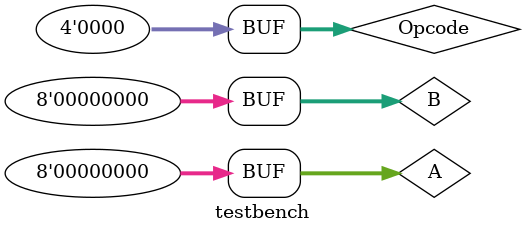
<source format=v>
`timescale 1ns / 1ps


module testbench;

	// Inputs
	reg [7:0] A;
	reg [7:0] B;
	reg [3:0] Opcode;

	// Outputs
	wire [15:0] ALU_Out;
	wire CarryOut;

	// Instantiate the Unit Under Test (UUT)
	ALU uut (
		.A(A), 
		.B(B), 
		.Opcode(Opcode), 
		.ALU_Out(ALU_Out), 
		.CarryOut(CarryOut)
	);

	initial begin
		// Initialize Inputs
		A = 0;
		B = 0;
		Opcode = 0;

		// Wait 100 ns for global reset to finish
		#100;
        
		// Add stimulus here

	end
      
endmodule


</source>
